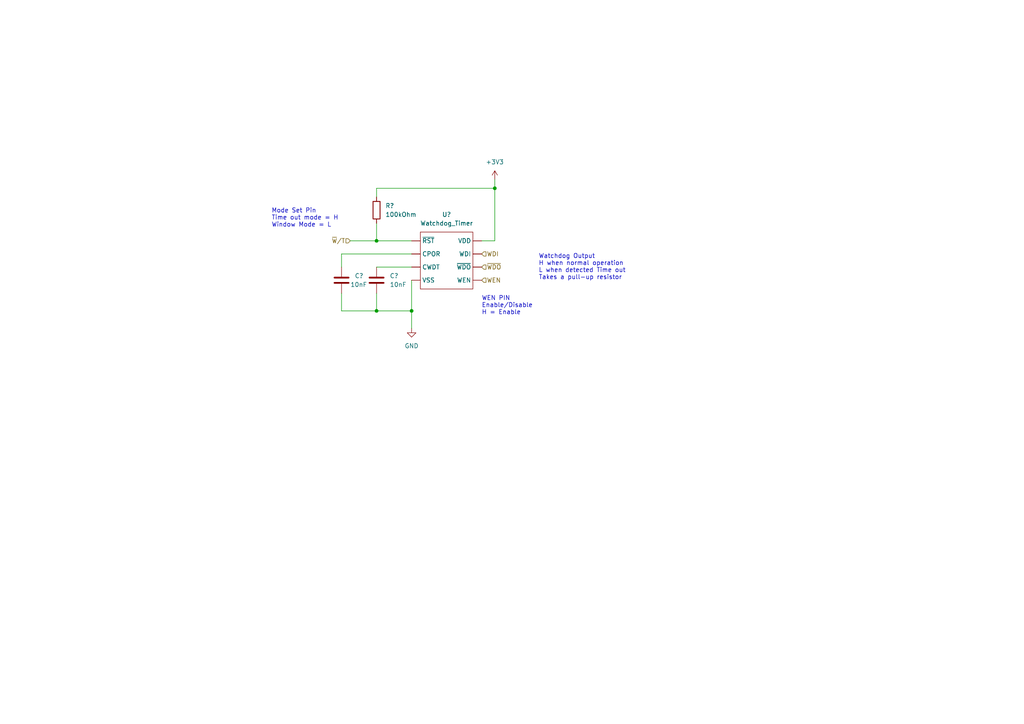
<source format=kicad_sch>
(kicad_sch (version 20211123) (generator eeschema)
  (paper "A4")
  (lib_symbols
    (symbol "Device:C" (pin_numbers hide) (pin_names (offset 0.254))
      (property "Reference" "C" (at 0.635 2.54 0))
      (property "Value" "C" (at 0.635 -2.54 0))
      (symbol "C_0_1"
        (polyline (pts (xy -2.032 -0.762) (xy 2.032 -0.762)) (stroke (width 0.508)))
        (polyline (pts (xy -2.032 0.762) (xy 2.032 0.762)) (stroke (width 0.508)))
      )
      (symbol "C_1_1"
        (pin passive line (at 0 3.81 270) (length 2.794) (name "~") (number "1"))
        (pin passive line (at 0 -3.81 90) (length 2.794) (name "~") (number "2"))
      )
    )
    (symbol "Device:R" (pin_numbers hide) (pin_names (offset 0))
      (property "Reference" "R" (at 2.032 0 90))
      (property "Value" "R" (at 0 0 90))
      (symbol "R_0_1"
        (rectangle (start -1.016 -2.54) (end 1.016 2.54) (stroke (width 0.254)))
      )
      (symbol "R_1_1"
        (pin passive line (at 0 3.81 270) (length 1.27) (name "~") (number "1"))
        (pin passive line (at 0 -3.81 90) (length 1.27) (name "~") (number "2"))
      )
    )
    (symbol "Watchdog_Timer:Watchdog_Timer"
      (property "Reference" "U?" (at 0 2.54 0))
      (property "Value" "Watchdog_Timer" (at 0 0 0))
      (symbol "Watchdog_Timer_0_1"
        (rectangle (start -7.62 -2.54) (end 7.62 -19.05))
      )
      (symbol "Watchdog_Timer_1_1"
        (pin input line (at -10.16 -8.89 0) (length 2.54) (name "CPOR") (number ""))
        (pin input line (at -10.16 -12.7 0) (length 2.54) (name "CWDT") (number ""))
        (pin input line (at 10.16 -5.08 180) (length 2.54) (name "VDD") (number ""))
        (pin input line (at -10.16 -16.51 0) (length 2.54) (name "VSS") (number ""))
        (pin input line (at 10.16 -8.89 180) (length 2.54) (name "WDI") (number ""))
        (pin input line (at 10.16 -16.51 180) (length 2.54) (name "WEN") (number ""))
        (pin input line (at -10.16 -5.08 0) (length 2.54) (name "~{RST}") (number ""))
        (pin input line (at 10.16 -12.7 180) (length 2.54) (name "~{WDO}") (number ""))
      )
    )
    (symbol "power:+3.3V" (power) (pin_names (offset 0))
      (property "Value" "+3.3V" (at 0 3.556 0))
      (symbol "+3.3V_0_1"
        (polyline (pts (xy -0.762 1.27) (xy 0 2.54)))
        (polyline (pts (xy 0 0) (xy 0 2.54)))
        (polyline (pts (xy 0 2.54) (xy 0.762 1.27)))
      )
      (symbol "+3.3V_1_1"
        (pin power_in line (at 0 0 90) (length 0) hide (name "+3V3") (number "1"))
      )
    )
    (symbol "power:GND" (power) (pin_names (offset 0))
      (property "Value" "GND" (at 0 -3.81 0))
      (symbol "GND_0_1"
        (polyline (pts (xy 0 0) (xy 0 -1.27) (xy 1.27 -1.27) (xy 0 -2.54) (xy -1.27 -1.27) (xy 0 -1.27)))
      )
      (symbol "GND_1_1"
        (pin power_in line (at 0 0 270) (length 0) hide (name "GND") (number "1"))
      )
    )
  )
  (junction (at 143.51 54.61))
  (junction (at 109.22 90.17))
  (junction (at 119.38 90.17))
  (junction (at 109.22 69.85))
  (wire (pts (xy 109.22 90.17) (xy 109.22 85.09)))
  (wire (pts (xy 99.06 90.17) (xy 99.06 85.09)))
  (wire (pts (xy 143.51 54.61) (xy 109.22 54.61)))
  (wire (pts (xy 119.38 73.66) (xy 99.06 73.66)))
  (wire (pts (xy 119.38 90.17) (xy 119.38 95.25)))
  (wire (pts (xy 143.51 54.61) (xy 143.51 69.85)))
  (wire (pts (xy 109.22 69.85) (xy 119.38 69.85)))
  (wire (pts (xy 119.38 81.28) (xy 119.38 90.17)))
  (wire (pts (xy 99.06 73.66) (xy 99.06 77.47)))
  (wire (pts (xy 109.22 77.47) (xy 119.38 77.47)))
  (wire (pts (xy 109.22 54.61) (xy 109.22 57.15)))
  (wire (pts (xy 109.22 90.17) (xy 119.38 90.17)))
  (wire (pts (xy 99.06 90.17) (xy 109.22 90.17)))
  (wire (pts (xy 109.22 64.77) (xy 109.22 69.85)))
  (wire (pts (xy 143.51 69.85) (xy 139.7 69.85)))
  (wire (pts (xy 101.6 69.85) (xy 109.22 69.85)))
  (wire (pts (xy 143.51 52.07) (xy 143.51 54.61)))
  (text "WEN PIN\nEnable/Disable\nH = Enable\n" (at 139.7 91.44 0) (effects (font (size 1.27 1.27)) (justify left bottom)))
  (text "Watchdog Output \nH when normal operation\nL when detected Time out\nTakes a pull-up resistor\n" (at 156.21 81.28 0) (effects (font (size 1.27 1.27)) (justify left bottom)))
  (text "Mode Set Pin\nTime out mode = H\nWindow Mode = L\n" (at 78.74 66.04 0) (effects (font (size 1.27 1.27)) (justify left bottom)))
  (hierarchical_label "~{W}{slash}T" (shape input) (at 101.6 69.85 180))
  (hierarchical_label "WDI" (shape input) (at 139.7 73.66 0))
  (hierarchical_label "WEN" (shape input) (at 139.7 81.28 0))
  (hierarchical_label "~{WDO}" (shape input) (at 139.7 77.47 0))
  (symbol (lib_id "Device:C") (at 109.22 81.28 180)
    (property "Reference" "C?" (at 113.03 80.0099 0) (effects (justify right)))
    (property "Value" "10nF" (at 113.03 82.5499 0) (effects (justify right)))
    (property "Footprint" "Capacitor_SMD:C_0402_1005Metric_Pad0.74x0.62mm_HandSolder" (effects hide))
    (property "Datasheet" "https://www.digikey.com/en/products/detail/murata-electronics/GRM033C80J123KE01D/2543438" (effects hide))
  )
  (symbol (lib_id "Device:C") (at 99.06 81.28 180)
    (property "Reference" "C?" (at 102.87 80.01 0) (effects (justify right)))
    (property "Value" "10nF" (at 101.6 82.55 0) (effects (justify right)))
    (property "Footprint" "Capacitor_SMD:C_0402_1005Metric_Pad0.74x0.62mm_HandSolder" (effects hide))
    (property "Datasheet" "https://www.digikey.com/en/products/detail/murata-electronics/GRM033C80J123KE01D/2543438" (effects hide))
  )
  (symbol (lib_id "power:+3.3V") (at 143.51 52.07 0)
    (property "Reference" "#PWR?" (effects hide))
    (property "Value" "+3.3V" (at 143.51 46.99 0))
  )
  (symbol (lib_id "Device:R") (at 109.22 60.96 180)
    (property "Reference" "R?" (at 111.76 59.6899 0) (effects (justify right)))
    (property "Value" "100kOhm" (at 111.76 62.2299 0) (effects (justify right)))
    (property "Footprint" "Resistor_SMD:R_0402_1005Metric_Pad0.72x0.64mm_HandSolder" (effects hide))
    (property "Datasheet" "https://www.digikey.com/en/products/detail/vishay-dale/M55342K06B100ERS3/2941800" (effects hide))
  )
  (symbol (lib_id "Watchdog_Timer:Watchdog_Timer") (at 129.54 64.77 0)
    (property "Reference" "U?" (at 129.54 62.23 0))
    (property "Value" "Watchdog_Timer" (at 129.54 64.77 0))
  )
  (symbol (lib_id "power:GND") (at 119.38 95.25 0)
    (property "Reference" "#PWR?" (effects hide))
    (property "Value" "GND" (at 119.38 100.33 0))
  )
)
</source>
